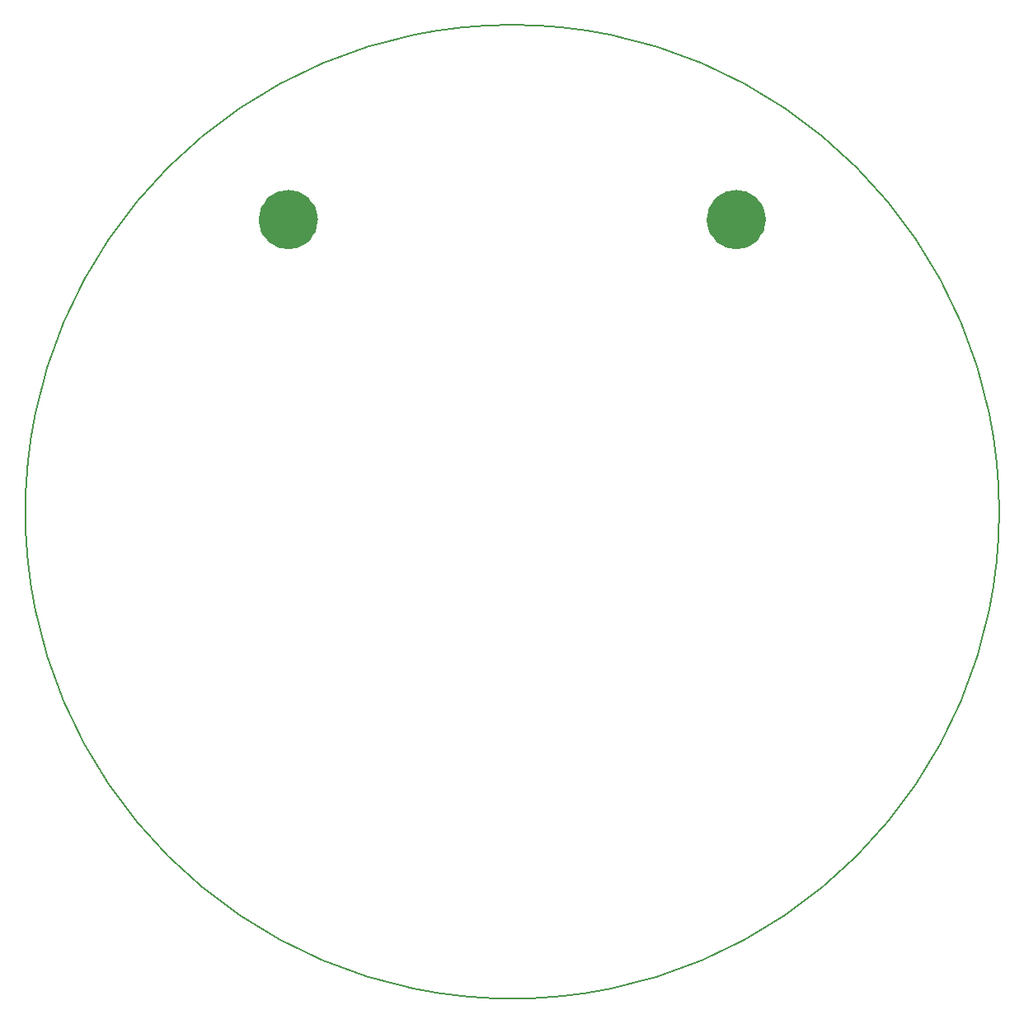
<source format=gbr>
%TF.GenerationSoftware,KiCad,Pcbnew,(6.0.8)*%
%TF.CreationDate,2022-10-27T23:25:15+02:00*%
%TF.ProjectId,Badge,42616467-652e-46b6-9963-61645f706362,rev?*%
%TF.SameCoordinates,Original*%
%TF.FileFunction,Profile,NP*%
%FSLAX46Y46*%
G04 Gerber Fmt 4.6, Leading zero omitted, Abs format (unit mm)*
G04 Created by KiCad (PCBNEW (6.0.8)) date 2022-10-27 23:25:15*
%MOMM*%
%LPD*%
G01*
G04 APERTURE LIST*
%TA.AperFunction,Profile*%
%ADD10C,3.050000*%
%TD*%
%TA.AperFunction,Profile*%
%ADD11C,0.200000*%
%TD*%
G04 APERTURE END LIST*
D10*
X124525000Y-70000000D02*
G75*
G03*
X124525000Y-70000000I-1525000J0D01*
G01*
X78525000Y-70000000D02*
G75*
G03*
X78525000Y-70000000I-1525000J0D01*
G01*
D11*
X150000000Y-100000000D02*
G75*
G03*
X150000000Y-100000000I-50000000J0D01*
G01*
M02*

</source>
